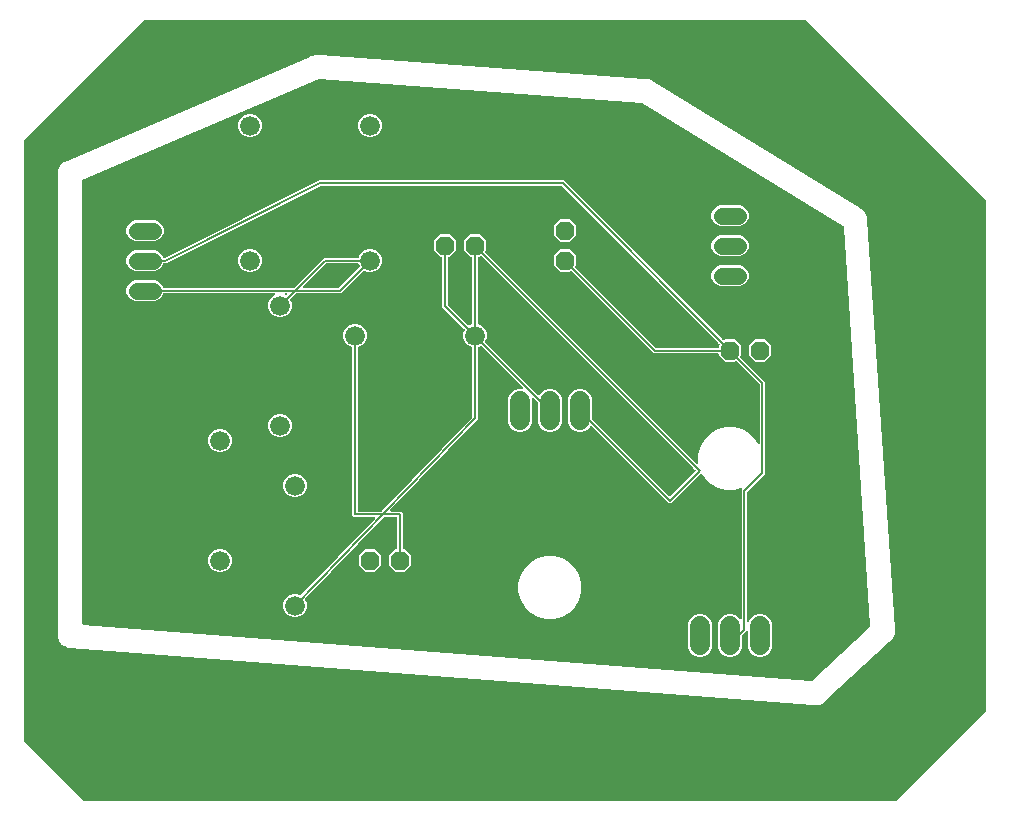
<source format=gbr>
G04 EAGLE Gerber RS-274X export*
G75*
%MOMM*%
%FSLAX34Y34*%
%LPD*%
%INBottom Copper*%
%IPPOS*%
%AMOC8*
5,1,8,0,0,1.08239X$1,22.5*%
G01*
%ADD10C,1.422400*%
%ADD11P,1.732040X8X202.500000*%
%ADD12P,1.732040X8X292.500000*%
%ADD13P,1.732040X8X22.500000*%
%ADD14C,1.676400*%
%ADD15C,1.676400*%
%ADD16C,0.152400*%

G36*
X711290Y-76947D02*
X711290Y-76947D01*
X711381Y-76939D01*
X711411Y-76927D01*
X711443Y-76922D01*
X711523Y-76879D01*
X711607Y-76843D01*
X711639Y-76817D01*
X711660Y-76806D01*
X711682Y-76783D01*
X711738Y-76738D01*
X787938Y-538D01*
X787991Y-464D01*
X788051Y-395D01*
X788063Y-365D01*
X788082Y-339D01*
X788109Y-252D01*
X788143Y-167D01*
X788147Y-126D01*
X788154Y-103D01*
X788153Y-71D01*
X788161Y0D01*
X788161Y431800D01*
X788147Y431890D01*
X788139Y431981D01*
X788127Y432011D01*
X788122Y432043D01*
X788079Y432123D01*
X788043Y432207D01*
X788017Y432239D01*
X788006Y432260D01*
X787983Y432282D01*
X787938Y432338D01*
X635538Y584738D01*
X635464Y584791D01*
X635395Y584851D01*
X635365Y584863D01*
X635339Y584882D01*
X635252Y584909D01*
X635167Y584943D01*
X635126Y584947D01*
X635103Y584954D01*
X635071Y584953D01*
X635000Y584961D01*
X76200Y584961D01*
X76110Y584947D01*
X76019Y584939D01*
X75989Y584927D01*
X75957Y584922D01*
X75877Y584879D01*
X75793Y584843D01*
X75761Y584817D01*
X75740Y584806D01*
X75718Y584783D01*
X75662Y584738D01*
X-25938Y483138D01*
X-25991Y483064D01*
X-26051Y482995D01*
X-26063Y482965D01*
X-26082Y482939D01*
X-26109Y482852D01*
X-26143Y482767D01*
X-26147Y482726D01*
X-26154Y482703D01*
X-26153Y482671D01*
X-26161Y482600D01*
X-26161Y-25400D01*
X-26147Y-25490D01*
X-26139Y-25581D01*
X-26127Y-25611D01*
X-26122Y-25643D01*
X-26079Y-25723D01*
X-26043Y-25807D01*
X-26017Y-25839D01*
X-26006Y-25860D01*
X-25983Y-25882D01*
X-25938Y-25938D01*
X24862Y-76738D01*
X24936Y-76791D01*
X25005Y-76851D01*
X25035Y-76863D01*
X25061Y-76882D01*
X25148Y-76909D01*
X25233Y-76943D01*
X25274Y-76947D01*
X25297Y-76954D01*
X25329Y-76953D01*
X25400Y-76961D01*
X711200Y-76961D01*
X711290Y-76947D01*
G37*
%LPC*%
G36*
X643902Y4511D02*
X643902Y4511D01*
X643891Y4510D01*
X643873Y4513D01*
X642064Y4583D01*
X642003Y4610D01*
X641954Y4624D01*
X641909Y4647D01*
X641792Y4669D01*
X641766Y4676D01*
X641757Y4675D01*
X641744Y4678D01*
X12337Y53337D01*
X12315Y53335D01*
X12278Y53339D01*
X10679Y53339D01*
X10417Y53448D01*
X10382Y53456D01*
X10349Y53472D01*
X10184Y53503D01*
X9902Y53525D01*
X8475Y54250D01*
X8455Y54256D01*
X8422Y54274D01*
X6944Y54886D01*
X6744Y55087D01*
X6714Y55108D01*
X6691Y55135D01*
X6550Y55227D01*
X6298Y55355D01*
X5257Y56570D01*
X5240Y56584D01*
X5217Y56613D01*
X4086Y57744D01*
X3978Y58006D01*
X3959Y58037D01*
X3947Y58072D01*
X3853Y58210D01*
X3668Y58426D01*
X3172Y59946D01*
X3162Y59965D01*
X3151Y60001D01*
X2539Y61479D01*
X2539Y61762D01*
X2533Y61798D01*
X2536Y61834D01*
X2502Y61999D01*
X2414Y62268D01*
X2537Y63863D01*
X2535Y63885D01*
X2539Y63922D01*
X2539Y455412D01*
X2539Y455416D01*
X2539Y455421D01*
X2516Y457403D01*
X2521Y457416D01*
X2527Y457467D01*
X3288Y459305D01*
X3288Y459308D01*
X3291Y459313D01*
X4028Y461154D01*
X4038Y461164D01*
X4063Y461209D01*
X5470Y462616D01*
X5472Y462619D01*
X5476Y462623D01*
X6860Y464040D01*
X6873Y464046D01*
X6914Y464078D01*
X8752Y464839D01*
X8755Y464841D01*
X8760Y464843D01*
X216162Y553651D01*
X216190Y553669D01*
X216222Y553680D01*
X216360Y553775D01*
X216606Y553987D01*
X218086Y554478D01*
X218107Y554489D01*
X218146Y554501D01*
X219580Y555115D01*
X219904Y555118D01*
X219937Y555124D01*
X219971Y555122D01*
X220135Y555157D01*
X220442Y555259D01*
X221998Y555146D01*
X222021Y555148D01*
X222062Y555144D01*
X223622Y555163D01*
X223923Y555042D01*
X223956Y555035D01*
X223986Y555020D01*
X224151Y554990D01*
X499129Y535000D01*
X499163Y535003D01*
X499196Y534998D01*
X499362Y535019D01*
X499677Y535095D01*
X501218Y534851D01*
X501241Y534851D01*
X501281Y534844D01*
X502837Y534731D01*
X503127Y534585D01*
X503159Y534575D01*
X503188Y534558D01*
X503350Y534514D01*
X503670Y534463D01*
X505000Y533648D01*
X505021Y533639D01*
X505056Y533617D01*
X506450Y532917D01*
X506662Y532672D01*
X506688Y532650D01*
X506707Y532623D01*
X506840Y532521D01*
X681719Y425373D01*
X681720Y425372D01*
X681721Y425372D01*
X681873Y425301D01*
X682625Y425047D01*
X683450Y424325D01*
X683477Y424308D01*
X683554Y424249D01*
X683875Y424052D01*
X684489Y423676D01*
X684955Y423034D01*
X684956Y423033D01*
X684957Y423032D01*
X685070Y422908D01*
X685667Y422386D01*
X686154Y421403D01*
X686172Y421376D01*
X686220Y421293D01*
X686865Y420406D01*
X687050Y419634D01*
X687051Y419633D01*
X687051Y419632D01*
X687108Y419474D01*
X687460Y418763D01*
X687533Y417668D01*
X687541Y417637D01*
X687553Y417542D01*
X687809Y416475D01*
X687685Y415691D01*
X687685Y415690D01*
X687684Y415689D01*
X687678Y415537D01*
X687677Y415528D01*
X687677Y415526D01*
X687677Y415521D01*
X710860Y69076D01*
X710866Y69051D01*
X710865Y69025D01*
X710905Y68863D01*
X711058Y68449D01*
X711003Y67005D01*
X711006Y66977D01*
X711004Y66925D01*
X711100Y65483D01*
X710959Y65065D01*
X710955Y65040D01*
X710944Y65016D01*
X710919Y64851D01*
X710902Y64410D01*
X710298Y63097D01*
X710291Y63070D01*
X710269Y63023D01*
X709806Y61654D01*
X709516Y61321D01*
X709502Y61300D01*
X709484Y61282D01*
X709471Y61261D01*
X709463Y61253D01*
X709454Y61233D01*
X709397Y61138D01*
X709213Y60738D01*
X708152Y59756D01*
X708135Y59734D01*
X708096Y59699D01*
X707145Y58611D01*
X706750Y58415D01*
X706729Y58400D01*
X706705Y58391D01*
X706570Y58291D01*
X652812Y8529D01*
X652781Y8489D01*
X652742Y8455D01*
X652677Y8356D01*
X652661Y8335D01*
X652658Y8326D01*
X652650Y8315D01*
X652620Y8255D01*
X651245Y7078D01*
X651238Y7069D01*
X651223Y7058D01*
X649895Y5828D01*
X649832Y5805D01*
X649788Y5780D01*
X649739Y5764D01*
X649641Y5697D01*
X649618Y5684D01*
X649612Y5677D01*
X649601Y5669D01*
X649550Y5626D01*
X647829Y5064D01*
X647819Y5059D01*
X647801Y5054D01*
X646103Y4427D01*
X646037Y4429D01*
X645986Y4423D01*
X645935Y4426D01*
X645819Y4402D01*
X645793Y4399D01*
X645784Y4395D01*
X645771Y4392D01*
X645707Y4372D01*
X643902Y4511D01*
G37*
%LPD*%
G36*
X640606Y25165D02*
X640606Y25165D01*
X640711Y25169D01*
X640728Y25176D01*
X640745Y25177D01*
X640842Y25219D01*
X640941Y25257D01*
X640958Y25270D01*
X640971Y25275D01*
X640994Y25296D01*
X641076Y25357D01*
X690099Y70736D01*
X690104Y70742D01*
X690110Y70747D01*
X690179Y70839D01*
X690250Y70930D01*
X690252Y70937D01*
X690257Y70944D01*
X690293Y71054D01*
X690331Y71162D01*
X690331Y71170D01*
X690334Y71178D01*
X690341Y71345D01*
X667696Y409755D01*
X667689Y409787D01*
X667689Y409819D01*
X667661Y409906D01*
X667640Y409995D01*
X667623Y410022D01*
X667613Y410053D01*
X667559Y410127D01*
X667511Y410204D01*
X667486Y410225D01*
X667467Y410251D01*
X667334Y410354D01*
X497041Y514692D01*
X496951Y514729D01*
X496864Y514771D01*
X496832Y514777D01*
X496814Y514785D01*
X496781Y514787D01*
X496699Y514802D01*
X223634Y534652D01*
X223537Y534643D01*
X223440Y534641D01*
X223409Y534632D01*
X223389Y534630D01*
X223359Y534617D01*
X223279Y534593D01*
X23322Y448972D01*
X23228Y448912D01*
X23131Y448854D01*
X23124Y448846D01*
X23115Y448840D01*
X23044Y448753D01*
X22971Y448668D01*
X22967Y448657D01*
X22960Y448649D01*
X22922Y448544D01*
X22879Y448439D01*
X22878Y448426D01*
X22875Y448418D01*
X22874Y448393D01*
X22861Y448273D01*
X22861Y73610D01*
X22879Y73498D01*
X22895Y73386D01*
X22899Y73377D01*
X22900Y73367D01*
X22953Y73268D01*
X23004Y73166D01*
X23011Y73159D01*
X23016Y73150D01*
X23097Y73072D01*
X23178Y72992D01*
X23187Y72987D01*
X23194Y72981D01*
X23297Y72933D01*
X23399Y72882D01*
X23410Y72880D01*
X23417Y72877D01*
X23441Y72874D01*
X23563Y72851D01*
X640500Y25156D01*
X640606Y25165D01*
G37*
%LPC*%
G36*
X569529Y45211D02*
X569529Y45211D01*
X565888Y46719D01*
X563101Y49506D01*
X561593Y53147D01*
X561593Y73853D01*
X563101Y77494D01*
X565888Y80281D01*
X569529Y81789D01*
X573471Y81789D01*
X577112Y80281D01*
X579899Y77494D01*
X579941Y77392D01*
X579992Y77309D01*
X580038Y77223D01*
X580057Y77205D01*
X580070Y77183D01*
X580145Y77121D01*
X580216Y77054D01*
X580240Y77043D01*
X580260Y77026D01*
X580351Y76991D01*
X580439Y76950D01*
X580465Y76947D01*
X580489Y76938D01*
X580587Y76934D01*
X580683Y76923D01*
X580709Y76928D01*
X580735Y76927D01*
X580829Y76955D01*
X580924Y76975D01*
X580946Y76989D01*
X580971Y76996D01*
X581051Y77051D01*
X581135Y77101D01*
X581152Y77121D01*
X581173Y77136D01*
X581231Y77214D01*
X581295Y77288D01*
X581305Y77313D01*
X581320Y77334D01*
X581350Y77426D01*
X581387Y77516D01*
X581390Y77549D01*
X581396Y77567D01*
X581396Y77600D01*
X581405Y77683D01*
X581405Y186875D01*
X581483Y186953D01*
X581511Y186992D01*
X581546Y187024D01*
X581582Y187091D01*
X581626Y187152D01*
X581640Y187198D01*
X581663Y187240D01*
X581676Y187315D01*
X581699Y187388D01*
X581697Y187435D01*
X581706Y187483D01*
X581694Y187558D01*
X581692Y187633D01*
X581676Y187679D01*
X581669Y187726D01*
X581634Y187793D01*
X581608Y187864D01*
X581578Y187902D01*
X581556Y187945D01*
X581502Y187997D01*
X581454Y188056D01*
X581414Y188082D01*
X581379Y188116D01*
X581311Y188148D01*
X581247Y188189D01*
X581201Y188201D01*
X581157Y188222D01*
X581082Y188231D01*
X581009Y188250D01*
X580961Y188246D01*
X580913Y188252D01*
X580786Y188232D01*
X580763Y188230D01*
X580757Y188228D01*
X580747Y188226D01*
X575011Y186689D01*
X567989Y186689D01*
X561205Y188507D01*
X555124Y192018D01*
X550158Y196984D01*
X548077Y200588D01*
X548002Y200680D01*
X547928Y200773D01*
X547924Y200775D01*
X547921Y200778D01*
X547821Y200841D01*
X547721Y200906D01*
X547717Y200907D01*
X547713Y200909D01*
X547597Y200937D01*
X547482Y200966D01*
X547478Y200966D01*
X547474Y200967D01*
X547355Y200956D01*
X547237Y200947D01*
X547233Y200945D01*
X547229Y200945D01*
X547118Y200896D01*
X547011Y200851D01*
X547007Y200847D01*
X547004Y200846D01*
X546993Y200837D01*
X546880Y200746D01*
X521647Y175513D01*
X519753Y175513D01*
X454396Y240870D01*
X454358Y240897D01*
X454327Y240931D01*
X454259Y240969D01*
X454196Y241014D01*
X454152Y241027D01*
X454112Y241050D01*
X454035Y241063D01*
X453961Y241086D01*
X453915Y241085D01*
X453870Y241093D01*
X453793Y241082D01*
X453715Y241080D01*
X453672Y241064D01*
X453626Y241057D01*
X453557Y241022D01*
X453484Y240995D01*
X453448Y240967D01*
X453407Y240946D01*
X453353Y240890D01*
X453292Y240842D01*
X453267Y240803D01*
X453235Y240770D01*
X453169Y240651D01*
X453159Y240635D01*
X453158Y240630D01*
X453154Y240623D01*
X452899Y240006D01*
X450112Y237219D01*
X446471Y235711D01*
X442529Y235711D01*
X438888Y237219D01*
X436101Y240006D01*
X434593Y243647D01*
X434593Y264353D01*
X436101Y267994D01*
X438888Y270781D01*
X442529Y272289D01*
X446471Y272289D01*
X450112Y270781D01*
X452899Y267994D01*
X454407Y264353D01*
X454407Y247643D01*
X454421Y247552D01*
X454429Y247462D01*
X454441Y247432D01*
X454446Y247400D01*
X454489Y247319D01*
X454525Y247235D01*
X454551Y247203D01*
X454562Y247182D01*
X454585Y247160D01*
X454630Y247104D01*
X520162Y181572D01*
X520178Y181561D01*
X520190Y181545D01*
X520278Y181489D01*
X520361Y181429D01*
X520380Y181423D01*
X520397Y181412D01*
X520498Y181387D01*
X520597Y181356D01*
X520616Y181357D01*
X520636Y181352D01*
X520739Y181360D01*
X520842Y181363D01*
X520861Y181370D01*
X520881Y181371D01*
X520976Y181411D01*
X521073Y181447D01*
X521089Y181460D01*
X521107Y181467D01*
X521238Y181572D01*
X542328Y202662D01*
X542339Y202678D01*
X542355Y202690D01*
X542385Y202738D01*
X542398Y202751D01*
X542408Y202773D01*
X542411Y202778D01*
X542471Y202861D01*
X542477Y202880D01*
X542488Y202897D01*
X542513Y202998D01*
X542544Y203097D01*
X542543Y203116D01*
X542548Y203136D01*
X542540Y203239D01*
X542537Y203342D01*
X542530Y203361D01*
X542529Y203381D01*
X542489Y203476D01*
X542453Y203573D01*
X542440Y203589D01*
X542433Y203607D01*
X542328Y203738D01*
X361257Y384809D01*
X361241Y384821D01*
X361228Y384836D01*
X361141Y384892D01*
X361057Y384953D01*
X361038Y384958D01*
X361022Y384969D01*
X360921Y384995D01*
X360822Y385025D01*
X360802Y385024D01*
X360783Y385029D01*
X360680Y385021D01*
X360576Y385019D01*
X360558Y385012D01*
X360538Y385010D01*
X360443Y384970D01*
X360345Y384934D01*
X360330Y384922D01*
X360311Y384914D01*
X360180Y384809D01*
X359546Y384174D01*
X358648Y384174D01*
X358628Y384171D01*
X358609Y384173D01*
X358507Y384151D01*
X358405Y384135D01*
X358388Y384125D01*
X358368Y384121D01*
X358279Y384068D01*
X358188Y384019D01*
X358174Y384005D01*
X358157Y383995D01*
X358090Y383916D01*
X358018Y383841D01*
X358010Y383823D01*
X357997Y383808D01*
X357958Y383712D01*
X357915Y383618D01*
X357913Y383598D01*
X357905Y383580D01*
X357887Y383413D01*
X357887Y327784D01*
X357906Y327670D01*
X357923Y327553D01*
X357925Y327548D01*
X357926Y327542D01*
X357981Y327439D01*
X358034Y327334D01*
X358039Y327330D01*
X358042Y327324D01*
X358126Y327244D01*
X358210Y327162D01*
X358216Y327158D01*
X358220Y327155D01*
X358237Y327147D01*
X358357Y327081D01*
X361212Y325899D01*
X363999Y323112D01*
X365507Y319471D01*
X365507Y315529D01*
X364324Y312674D01*
X364297Y312561D01*
X364269Y312447D01*
X364269Y312441D01*
X364268Y312435D01*
X364279Y312318D01*
X364288Y312202D01*
X364290Y312196D01*
X364291Y312190D01*
X364339Y312082D01*
X364384Y311976D01*
X364389Y311970D01*
X364391Y311965D01*
X364404Y311952D01*
X364489Y311845D01*
X409204Y267130D01*
X409242Y267103D01*
X409273Y267069D01*
X409341Y267031D01*
X409404Y266986D01*
X409448Y266973D01*
X409488Y266950D01*
X409565Y266937D01*
X409639Y266914D01*
X409685Y266915D01*
X409730Y266907D01*
X409807Y266918D01*
X409885Y266920D01*
X409928Y266936D01*
X409974Y266943D01*
X410043Y266978D01*
X410116Y267005D01*
X410152Y267033D01*
X410193Y267054D01*
X410247Y267110D01*
X410308Y267158D01*
X410333Y267197D01*
X410365Y267230D01*
X410431Y267349D01*
X410441Y267365D01*
X410442Y267370D01*
X410446Y267377D01*
X410701Y267994D01*
X413488Y270781D01*
X417129Y272289D01*
X421071Y272289D01*
X424712Y270781D01*
X427499Y267994D01*
X429007Y264353D01*
X429007Y243647D01*
X427499Y240006D01*
X424712Y237219D01*
X421071Y235711D01*
X417129Y235711D01*
X413488Y237219D01*
X410701Y240006D01*
X409193Y243647D01*
X409193Y260357D01*
X409179Y260448D01*
X409171Y260538D01*
X409159Y260568D01*
X409154Y260600D01*
X409111Y260681D01*
X409075Y260765D01*
X409049Y260797D01*
X409038Y260818D01*
X409015Y260840D01*
X408970Y260896D01*
X404906Y264960D01*
X404848Y265002D01*
X404796Y265051D01*
X404749Y265073D01*
X404707Y265103D01*
X404638Y265124D01*
X404573Y265155D01*
X404521Y265160D01*
X404471Y265176D01*
X404400Y265174D01*
X404329Y265182D01*
X404278Y265171D01*
X404226Y265169D01*
X404158Y265145D01*
X404088Y265130D01*
X404043Y265103D01*
X403995Y265085D01*
X403939Y265040D01*
X403877Y265003D01*
X403843Y264964D01*
X403803Y264931D01*
X403764Y264871D01*
X403717Y264816D01*
X403698Y264768D01*
X403670Y264724D01*
X403652Y264655D01*
X403625Y264588D01*
X403617Y264517D01*
X403609Y264486D01*
X403611Y264462D01*
X403607Y264422D01*
X403607Y243647D01*
X402099Y240006D01*
X399312Y237219D01*
X395671Y235711D01*
X391729Y235711D01*
X388088Y237219D01*
X385301Y240006D01*
X383793Y243647D01*
X383793Y264353D01*
X385301Y267994D01*
X388088Y270781D01*
X391729Y272289D01*
X395740Y272289D01*
X395810Y272300D01*
X395882Y272302D01*
X395931Y272320D01*
X395982Y272328D01*
X396046Y272362D01*
X396113Y272387D01*
X396154Y272419D01*
X396200Y272444D01*
X396249Y272495D01*
X396305Y272540D01*
X396333Y272584D01*
X396369Y272622D01*
X396399Y272687D01*
X396438Y272747D01*
X396451Y272798D01*
X396473Y272845D01*
X396481Y272916D01*
X396498Y272986D01*
X396494Y273038D01*
X396500Y273089D01*
X396485Y273160D01*
X396479Y273231D01*
X396459Y273279D01*
X396448Y273330D01*
X396411Y273391D01*
X396383Y273457D01*
X396338Y273513D01*
X396321Y273541D01*
X396304Y273556D01*
X396278Y273588D01*
X361255Y308611D01*
X361161Y308678D01*
X361067Y308749D01*
X361061Y308751D01*
X361055Y308754D01*
X360945Y308789D01*
X360833Y308825D01*
X360826Y308825D01*
X360820Y308827D01*
X360704Y308824D01*
X360587Y308823D01*
X360580Y308821D01*
X360575Y308820D01*
X360557Y308814D01*
X360426Y308776D01*
X358357Y307919D01*
X358257Y307857D01*
X358157Y307797D01*
X358153Y307793D01*
X358148Y307789D01*
X358073Y307700D01*
X357997Y307610D01*
X357995Y307605D01*
X357991Y307600D01*
X357949Y307492D01*
X357905Y307382D01*
X357904Y307375D01*
X357903Y307370D01*
X357902Y307352D01*
X357887Y307216D01*
X357887Y247402D01*
X357888Y247396D01*
X357887Y247387D01*
X357905Y246444D01*
X357238Y245777D01*
X357235Y245772D01*
X357228Y245767D01*
X284068Y169692D01*
X284032Y169639D01*
X283987Y169592D01*
X283962Y169538D01*
X283929Y169489D01*
X283911Y169427D01*
X283884Y169369D01*
X283877Y169310D01*
X283861Y169253D01*
X283864Y169188D01*
X283857Y169125D01*
X283869Y169066D01*
X283872Y169007D01*
X283895Y168947D01*
X283909Y168884D01*
X283939Y168833D01*
X283961Y168778D01*
X284002Y168728D01*
X284035Y168673D01*
X284080Y168634D01*
X284118Y168589D01*
X284173Y168555D01*
X284222Y168513D01*
X284277Y168491D01*
X284328Y168460D01*
X284390Y168445D01*
X284450Y168421D01*
X284535Y168412D01*
X284567Y168404D01*
X284586Y168406D01*
X284617Y168403D01*
X293047Y168403D01*
X294387Y167063D01*
X294387Y137287D01*
X294390Y137267D01*
X294388Y137248D01*
X294410Y137146D01*
X294426Y137044D01*
X294436Y137027D01*
X294440Y137007D01*
X294493Y136918D01*
X294542Y136827D01*
X294556Y136813D01*
X294566Y136796D01*
X294645Y136729D01*
X294720Y136657D01*
X294738Y136649D01*
X294753Y136636D01*
X294849Y136597D01*
X294943Y136554D01*
X294963Y136552D01*
X294981Y136544D01*
X295148Y136526D01*
X296046Y136526D01*
X301626Y130946D01*
X301626Y123054D01*
X296046Y117474D01*
X288154Y117474D01*
X282574Y123054D01*
X282574Y130946D01*
X288154Y136526D01*
X289052Y136526D01*
X289072Y136529D01*
X289091Y136527D01*
X289193Y136549D01*
X289295Y136565D01*
X289312Y136575D01*
X289332Y136579D01*
X289421Y136632D01*
X289512Y136681D01*
X289526Y136695D01*
X289543Y136705D01*
X289610Y136784D01*
X289682Y136859D01*
X289690Y136877D01*
X289703Y136892D01*
X289742Y136988D01*
X289785Y137082D01*
X289787Y137102D01*
X289795Y137120D01*
X289813Y137287D01*
X289813Y163068D01*
X289810Y163088D01*
X289812Y163107D01*
X289790Y163209D01*
X289774Y163311D01*
X289764Y163328D01*
X289760Y163348D01*
X289707Y163437D01*
X289658Y163528D01*
X289644Y163542D01*
X289634Y163559D01*
X289555Y163626D01*
X289480Y163698D01*
X289462Y163706D01*
X289447Y163719D01*
X289351Y163758D01*
X289257Y163801D01*
X289237Y163803D01*
X289219Y163811D01*
X289052Y163829D01*
X278755Y163829D01*
X278657Y163813D01*
X278559Y163804D01*
X278536Y163794D01*
X278512Y163790D01*
X278425Y163743D01*
X278335Y163703D01*
X278311Y163683D01*
X278294Y163674D01*
X278272Y163651D01*
X278206Y163596D01*
X211995Y94747D01*
X211933Y94657D01*
X211868Y94569D01*
X211863Y94555D01*
X211855Y94544D01*
X211825Y94439D01*
X211791Y94335D01*
X211791Y94321D01*
X211788Y94308D01*
X211793Y94198D01*
X211794Y94089D01*
X211798Y94073D01*
X211799Y94062D01*
X211809Y94035D01*
X211840Y93928D01*
X213107Y90871D01*
X213107Y86929D01*
X211599Y83288D01*
X208812Y80501D01*
X205171Y78993D01*
X201229Y78993D01*
X197588Y80501D01*
X194801Y83288D01*
X193293Y86929D01*
X193293Y90871D01*
X194801Y94512D01*
X197588Y97299D01*
X201229Y98807D01*
X205171Y98807D01*
X207826Y97707D01*
X207827Y97707D01*
X207828Y97706D01*
X207951Y97678D01*
X208065Y97651D01*
X208066Y97651D01*
X208068Y97651D01*
X208193Y97663D01*
X208310Y97674D01*
X208311Y97674D01*
X208312Y97674D01*
X208425Y97725D01*
X208535Y97774D01*
X208536Y97775D01*
X208537Y97775D01*
X208666Y97883D01*
X270846Y162540D01*
X270882Y162593D01*
X270927Y162640D01*
X270952Y162694D01*
X270985Y162743D01*
X271003Y162805D01*
X271030Y162863D01*
X271037Y162922D01*
X271053Y162979D01*
X271050Y163044D01*
X271057Y163107D01*
X271045Y163166D01*
X271042Y163225D01*
X271019Y163285D01*
X271005Y163348D01*
X270975Y163399D01*
X270953Y163454D01*
X270912Y163504D01*
X270879Y163559D01*
X270834Y163598D01*
X270796Y163643D01*
X270741Y163677D01*
X270692Y163719D01*
X270637Y163741D01*
X270586Y163772D01*
X270524Y163787D01*
X270464Y163811D01*
X270379Y163820D01*
X270347Y163828D01*
X270328Y163826D01*
X270297Y163829D01*
X253053Y163829D01*
X251713Y165169D01*
X251713Y307216D01*
X251694Y307330D01*
X251677Y307447D01*
X251675Y307452D01*
X251674Y307458D01*
X251619Y307561D01*
X251566Y307666D01*
X251561Y307670D01*
X251558Y307676D01*
X251474Y307756D01*
X251390Y307838D01*
X251384Y307842D01*
X251380Y307845D01*
X251363Y307853D01*
X251243Y307919D01*
X248388Y309101D01*
X245601Y311888D01*
X244093Y315529D01*
X244093Y319471D01*
X245601Y323112D01*
X248388Y325899D01*
X252029Y327407D01*
X255971Y327407D01*
X259612Y325899D01*
X262399Y323112D01*
X263907Y319471D01*
X263907Y315529D01*
X262399Y311888D01*
X259612Y309101D01*
X256757Y307919D01*
X256657Y307857D01*
X256557Y307797D01*
X256553Y307793D01*
X256548Y307789D01*
X256473Y307699D01*
X256397Y307610D01*
X256395Y307605D01*
X256391Y307600D01*
X256349Y307491D01*
X256305Y307382D01*
X256304Y307375D01*
X256303Y307370D01*
X256302Y307352D01*
X256287Y307216D01*
X256287Y169164D01*
X256290Y169144D01*
X256288Y169125D01*
X256310Y169023D01*
X256326Y168921D01*
X256336Y168904D01*
X256340Y168884D01*
X256393Y168795D01*
X256442Y168704D01*
X256456Y168690D01*
X256466Y168673D01*
X256545Y168606D01*
X256620Y168534D01*
X256638Y168526D01*
X256653Y168513D01*
X256749Y168474D01*
X256843Y168431D01*
X256863Y168429D01*
X256881Y168421D01*
X257048Y168403D01*
X276159Y168403D01*
X276257Y168419D01*
X276355Y168428D01*
X276378Y168438D01*
X276402Y168442D01*
X276489Y168489D01*
X276579Y168529D01*
X276603Y168549D01*
X276620Y168558D01*
X276642Y168581D01*
X276708Y168636D01*
X353101Y248073D01*
X353148Y248142D01*
X353203Y248206D01*
X353218Y248243D01*
X353240Y248275D01*
X353263Y248356D01*
X353295Y248434D01*
X353301Y248486D01*
X353308Y248512D01*
X353307Y248542D01*
X353313Y248601D01*
X353313Y307216D01*
X353294Y307330D01*
X353277Y307447D01*
X353275Y307452D01*
X353274Y307458D01*
X353219Y307561D01*
X353166Y307666D01*
X353161Y307670D01*
X353158Y307676D01*
X353074Y307756D01*
X352990Y307838D01*
X352984Y307842D01*
X352980Y307845D01*
X352963Y307853D01*
X352843Y307919D01*
X349988Y309101D01*
X347201Y311888D01*
X345693Y315529D01*
X345693Y319471D01*
X346876Y322326D01*
X346903Y322439D01*
X346931Y322553D01*
X346931Y322559D01*
X346932Y322565D01*
X346921Y322682D01*
X346912Y322798D01*
X346910Y322804D01*
X346909Y322810D01*
X346861Y322918D01*
X346816Y323024D01*
X346811Y323030D01*
X346809Y323035D01*
X346796Y323048D01*
X346711Y323155D01*
X327913Y341953D01*
X327913Y383413D01*
X327910Y383433D01*
X327912Y383452D01*
X327890Y383554D01*
X327874Y383656D01*
X327864Y383673D01*
X327860Y383693D01*
X327807Y383782D01*
X327758Y383873D01*
X327744Y383887D01*
X327734Y383904D01*
X327655Y383971D01*
X327580Y384043D01*
X327562Y384051D01*
X327547Y384064D01*
X327451Y384103D01*
X327357Y384146D01*
X327337Y384148D01*
X327319Y384156D01*
X327152Y384174D01*
X326254Y384174D01*
X320674Y389754D01*
X320674Y397646D01*
X326254Y403226D01*
X334146Y403226D01*
X339726Y397646D01*
X339726Y389754D01*
X334146Y384174D01*
X333248Y384174D01*
X333228Y384171D01*
X333209Y384173D01*
X333107Y384151D01*
X333005Y384135D01*
X332988Y384125D01*
X332968Y384121D01*
X332879Y384068D01*
X332788Y384019D01*
X332774Y384005D01*
X332757Y383995D01*
X332690Y383916D01*
X332618Y383841D01*
X332610Y383823D01*
X332597Y383808D01*
X332558Y383712D01*
X332515Y383618D01*
X332513Y383598D01*
X332505Y383580D01*
X332487Y383413D01*
X332487Y344163D01*
X332501Y344072D01*
X332509Y343982D01*
X332521Y343952D01*
X332526Y343920D01*
X332569Y343839D01*
X332605Y343755D01*
X332631Y343723D01*
X332642Y343702D01*
X332665Y343680D01*
X332710Y343624D01*
X349945Y326389D01*
X350039Y326322D01*
X350133Y326251D01*
X350139Y326249D01*
X350145Y326246D01*
X350255Y326211D01*
X350367Y326175D01*
X350374Y326175D01*
X350380Y326173D01*
X350496Y326176D01*
X350613Y326177D01*
X350620Y326179D01*
X350625Y326180D01*
X350643Y326186D01*
X350774Y326224D01*
X352843Y327081D01*
X352943Y327143D01*
X353043Y327203D01*
X353047Y327207D01*
X353052Y327211D01*
X353127Y327300D01*
X353203Y327390D01*
X353205Y327395D01*
X353209Y327400D01*
X353251Y327508D01*
X353295Y327618D01*
X353296Y327625D01*
X353297Y327630D01*
X353298Y327648D01*
X353313Y327784D01*
X353313Y383413D01*
X353310Y383433D01*
X353312Y383452D01*
X353290Y383554D01*
X353274Y383656D01*
X353264Y383673D01*
X353260Y383693D01*
X353207Y383782D01*
X353158Y383873D01*
X353144Y383887D01*
X353134Y383904D01*
X353055Y383971D01*
X352980Y384043D01*
X352962Y384051D01*
X352947Y384064D01*
X352851Y384103D01*
X352757Y384146D01*
X352737Y384148D01*
X352719Y384156D01*
X352552Y384174D01*
X351654Y384174D01*
X346074Y389754D01*
X346074Y397646D01*
X351654Y403226D01*
X359546Y403226D01*
X365126Y397646D01*
X365126Y389754D01*
X364491Y389120D01*
X364479Y389103D01*
X364464Y389091D01*
X364408Y389004D01*
X364347Y388920D01*
X364342Y388901D01*
X364331Y388884D01*
X364305Y388783D01*
X364275Y388685D01*
X364276Y388665D01*
X364271Y388645D01*
X364279Y388542D01*
X364281Y388439D01*
X364288Y388420D01*
X364290Y388400D01*
X364330Y388305D01*
X364366Y388208D01*
X364378Y388192D01*
X364386Y388174D01*
X364491Y388043D01*
X543605Y208929D01*
X543644Y208901D01*
X543677Y208866D01*
X543743Y208829D01*
X543805Y208785D01*
X543851Y208771D01*
X543893Y208748D01*
X543968Y208735D01*
X544040Y208713D01*
X544088Y208714D01*
X544135Y208706D01*
X544210Y208717D01*
X544286Y208719D01*
X544331Y208736D01*
X544378Y208743D01*
X544446Y208778D01*
X544517Y208804D01*
X544554Y208834D01*
X544597Y208856D01*
X544650Y208910D01*
X544709Y208957D01*
X544735Y208998D01*
X544768Y209032D01*
X544801Y209100D01*
X544842Y209164D01*
X544854Y209211D01*
X544874Y209254D01*
X544883Y209329D01*
X544902Y209403D01*
X544898Y209451D01*
X544904Y209498D01*
X544885Y209626D01*
X544883Y209648D01*
X544880Y209654D01*
X544879Y209664D01*
X544829Y209849D01*
X544829Y216871D01*
X546647Y223655D01*
X550158Y229736D01*
X555124Y234702D01*
X561205Y238213D01*
X567989Y240031D01*
X575011Y240031D01*
X581795Y238213D01*
X587876Y234702D01*
X592842Y229736D01*
X595225Y225609D01*
X595255Y225572D01*
X595278Y225529D01*
X595333Y225477D01*
X595381Y225419D01*
X595421Y225393D01*
X595456Y225360D01*
X595525Y225328D01*
X595589Y225288D01*
X595636Y225277D01*
X595679Y225256D01*
X595754Y225248D01*
X595828Y225230D01*
X595876Y225235D01*
X595923Y225229D01*
X595998Y225245D01*
X596073Y225252D01*
X596117Y225271D01*
X596164Y225282D01*
X596229Y225320D01*
X596298Y225351D01*
X596334Y225383D01*
X596375Y225408D01*
X596424Y225465D01*
X596480Y225516D01*
X596504Y225558D01*
X596535Y225595D01*
X596563Y225665D01*
X596600Y225731D01*
X596609Y225778D01*
X596627Y225823D01*
X596641Y225951D01*
X596645Y225973D01*
X596644Y225980D01*
X596645Y225990D01*
X596645Y276105D01*
X596631Y276196D01*
X596623Y276286D01*
X596611Y276316D01*
X596606Y276348D01*
X596563Y276429D01*
X596527Y276513D01*
X596501Y276545D01*
X596490Y276566D01*
X596467Y276588D01*
X596422Y276644D01*
X577157Y295909D01*
X577141Y295921D01*
X577128Y295936D01*
X577041Y295992D01*
X576957Y296053D01*
X576938Y296058D01*
X576921Y296069D01*
X576821Y296095D01*
X576722Y296125D01*
X576702Y296124D01*
X576683Y296129D01*
X576580Y296121D01*
X576476Y296119D01*
X576458Y296112D01*
X576438Y296110D01*
X576343Y296070D01*
X576245Y296034D01*
X576230Y296022D01*
X576211Y296014D01*
X576080Y295909D01*
X575446Y295274D01*
X567554Y295274D01*
X561974Y300854D01*
X561974Y301752D01*
X561971Y301772D01*
X561973Y301791D01*
X561951Y301893D01*
X561935Y301995D01*
X561925Y302012D01*
X561921Y302032D01*
X561868Y302121D01*
X561819Y302212D01*
X561805Y302226D01*
X561795Y302243D01*
X561716Y302310D01*
X561641Y302382D01*
X561623Y302390D01*
X561608Y302403D01*
X561512Y302442D01*
X561418Y302485D01*
X561398Y302487D01*
X561380Y302495D01*
X561213Y302513D01*
X507053Y302513D01*
X437457Y372109D01*
X437441Y372121D01*
X437428Y372136D01*
X437341Y372192D01*
X437257Y372253D01*
X437238Y372258D01*
X437221Y372269D01*
X437121Y372295D01*
X437022Y372325D01*
X437002Y372324D01*
X436983Y372329D01*
X436880Y372321D01*
X436776Y372319D01*
X436758Y372312D01*
X436738Y372310D01*
X436643Y372270D01*
X436545Y372234D01*
X436530Y372222D01*
X436511Y372214D01*
X436380Y372109D01*
X435746Y371474D01*
X427854Y371474D01*
X422274Y377054D01*
X422274Y384946D01*
X427854Y390526D01*
X435746Y390526D01*
X441326Y384946D01*
X441326Y377054D01*
X440691Y376420D01*
X440679Y376403D01*
X440664Y376391D01*
X440608Y376304D01*
X440547Y376220D01*
X440542Y376201D01*
X440531Y376184D01*
X440505Y376084D01*
X440475Y375985D01*
X440476Y375965D01*
X440471Y375945D01*
X440479Y375843D01*
X440481Y375739D01*
X440488Y375720D01*
X440490Y375700D01*
X440530Y375605D01*
X440566Y375508D01*
X440578Y375492D01*
X440586Y375474D01*
X440691Y375343D01*
X508724Y307310D01*
X508798Y307257D01*
X508868Y307197D01*
X508898Y307185D01*
X508924Y307166D01*
X509011Y307139D01*
X509096Y307105D01*
X509137Y307101D01*
X509159Y307094D01*
X509191Y307095D01*
X509263Y307087D01*
X561213Y307087D01*
X561233Y307090D01*
X561252Y307088D01*
X561354Y307110D01*
X561456Y307126D01*
X561473Y307136D01*
X561493Y307140D01*
X561582Y307193D01*
X561673Y307242D01*
X561687Y307256D01*
X561704Y307266D01*
X561771Y307345D01*
X561843Y307420D01*
X561851Y307438D01*
X561864Y307453D01*
X561903Y307549D01*
X561946Y307643D01*
X561948Y307663D01*
X561956Y307681D01*
X561974Y307848D01*
X561974Y308746D01*
X562609Y309380D01*
X562621Y309397D01*
X562636Y309409D01*
X562692Y309496D01*
X562753Y309580D01*
X562758Y309599D01*
X562769Y309616D01*
X562795Y309716D01*
X562825Y309815D01*
X562824Y309835D01*
X562829Y309855D01*
X562821Y309957D01*
X562819Y310061D01*
X562812Y310080D01*
X562810Y310100D01*
X562770Y310195D01*
X562734Y310292D01*
X562722Y310308D01*
X562714Y310326D01*
X562609Y310457D01*
X429044Y444022D01*
X428970Y444075D01*
X428900Y444135D01*
X428870Y444147D01*
X428844Y444166D01*
X428757Y444193D01*
X428672Y444227D01*
X428631Y444231D01*
X428609Y444238D01*
X428577Y444237D01*
X428505Y444245D01*
X225255Y444245D01*
X225164Y444230D01*
X225072Y444223D01*
X225035Y444209D01*
X225013Y444206D01*
X224984Y444190D01*
X224915Y444165D01*
X94937Y379176D01*
X94906Y379153D01*
X94870Y379138D01*
X94739Y379033D01*
X94419Y378713D01*
X94192Y378713D01*
X94101Y378698D01*
X94009Y378691D01*
X93971Y378677D01*
X93949Y378674D01*
X93920Y378658D01*
X93851Y378633D01*
X93648Y378531D01*
X93218Y378674D01*
X93180Y378680D01*
X93144Y378695D01*
X92977Y378713D01*
X92222Y378713D01*
X92107Y378694D01*
X91991Y378677D01*
X91985Y378675D01*
X91979Y378674D01*
X91876Y378619D01*
X91772Y378566D01*
X91767Y378561D01*
X91762Y378558D01*
X91682Y378474D01*
X91599Y378390D01*
X91596Y378384D01*
X91592Y378380D01*
X91584Y378363D01*
X91518Y378243D01*
X90634Y376108D01*
X88204Y373678D01*
X85030Y372363D01*
X67370Y372363D01*
X64196Y373678D01*
X61766Y376108D01*
X60451Y379282D01*
X60451Y382718D01*
X61766Y385892D01*
X64196Y388322D01*
X67370Y389637D01*
X85030Y389637D01*
X88204Y388322D01*
X90634Y385892D01*
X91518Y383757D01*
X91580Y383657D01*
X91640Y383557D01*
X91645Y383553D01*
X91648Y383548D01*
X91738Y383473D01*
X91827Y383397D01*
X91833Y383395D01*
X91838Y383391D01*
X91946Y383349D01*
X92055Y383305D01*
X92063Y383304D01*
X92067Y383303D01*
X92085Y383302D01*
X92222Y383287D01*
X92753Y383287D01*
X92844Y383302D01*
X92936Y383309D01*
X92973Y383323D01*
X92995Y383326D01*
X93024Y383342D01*
X93093Y383367D01*
X223071Y448356D01*
X223102Y448379D01*
X223138Y448394D01*
X223214Y448455D01*
X223216Y448456D01*
X223218Y448458D01*
X223269Y448499D01*
X223589Y448819D01*
X223816Y448819D01*
X223907Y448834D01*
X223999Y448841D01*
X224037Y448855D01*
X224059Y448858D01*
X224088Y448874D01*
X224157Y448899D01*
X224360Y449001D01*
X224790Y448858D01*
X224828Y448852D01*
X224864Y448837D01*
X225031Y448819D01*
X430715Y448819D01*
X565843Y313691D01*
X565859Y313679D01*
X565872Y313664D01*
X565959Y313608D01*
X566043Y313547D01*
X566062Y313542D01*
X566079Y313531D01*
X566179Y313505D01*
X566278Y313475D01*
X566298Y313476D01*
X566317Y313471D01*
X566420Y313479D01*
X566524Y313481D01*
X566542Y313488D01*
X566562Y313490D01*
X566657Y313530D01*
X566755Y313566D01*
X566770Y313578D01*
X566789Y313586D01*
X566920Y313691D01*
X567554Y314326D01*
X575446Y314326D01*
X581026Y308746D01*
X581026Y300854D01*
X580391Y300220D01*
X580379Y300203D01*
X580364Y300191D01*
X580308Y300104D01*
X580247Y300020D01*
X580242Y300001D01*
X580231Y299984D01*
X580205Y299884D01*
X580175Y299785D01*
X580176Y299765D01*
X580171Y299745D01*
X580179Y299643D01*
X580181Y299539D01*
X580188Y299520D01*
X580190Y299500D01*
X580230Y299405D01*
X580266Y299308D01*
X580278Y299292D01*
X580286Y299274D01*
X580391Y299143D01*
X601219Y278315D01*
X601219Y200221D01*
X586202Y185204D01*
X586149Y185130D01*
X586089Y185060D01*
X586077Y185030D01*
X586058Y185004D01*
X586031Y184917D01*
X585997Y184832D01*
X585993Y184791D01*
X585986Y184769D01*
X585987Y184737D01*
X585979Y184665D01*
X585979Y75230D01*
X585994Y75134D01*
X586004Y75037D01*
X586014Y75013D01*
X586018Y74988D01*
X586064Y74902D01*
X586104Y74813D01*
X586121Y74793D01*
X586134Y74770D01*
X586204Y74703D01*
X586270Y74631D01*
X586293Y74619D01*
X586312Y74601D01*
X586400Y74560D01*
X586486Y74513D01*
X586511Y74508D01*
X586535Y74497D01*
X586632Y74486D01*
X586728Y74469D01*
X586754Y74473D01*
X586779Y74470D01*
X586875Y74491D01*
X586971Y74505D01*
X586994Y74517D01*
X587020Y74522D01*
X587103Y74572D01*
X587190Y74616D01*
X587209Y74635D01*
X587231Y74649D01*
X587294Y74722D01*
X587362Y74792D01*
X587378Y74821D01*
X587391Y74835D01*
X587403Y74866D01*
X587443Y74939D01*
X588501Y77494D01*
X591288Y80281D01*
X594929Y81789D01*
X598871Y81789D01*
X602512Y80281D01*
X605299Y77494D01*
X606807Y73853D01*
X606807Y53147D01*
X605299Y49506D01*
X602512Y46719D01*
X598871Y45211D01*
X594929Y45211D01*
X591288Y46719D01*
X588501Y49506D01*
X586993Y53147D01*
X586993Y66810D01*
X586982Y66880D01*
X586980Y66952D01*
X586962Y67001D01*
X586954Y67052D01*
X586920Y67116D01*
X586895Y67183D01*
X586863Y67224D01*
X586838Y67270D01*
X586786Y67319D01*
X586742Y67375D01*
X586698Y67403D01*
X586660Y67439D01*
X586595Y67469D01*
X586535Y67508D01*
X586484Y67521D01*
X586437Y67543D01*
X586366Y67551D01*
X586296Y67568D01*
X586244Y67564D01*
X586193Y67570D01*
X586122Y67555D01*
X586051Y67549D01*
X586003Y67529D01*
X585952Y67518D01*
X585891Y67481D01*
X585825Y67453D01*
X585769Y67408D01*
X585741Y67391D01*
X585726Y67374D01*
X585694Y67348D01*
X584639Y66293D01*
X584447Y66293D01*
X584356Y66279D01*
X584266Y66271D01*
X584236Y66259D01*
X584204Y66254D01*
X584123Y66211D01*
X584039Y66175D01*
X584007Y66149D01*
X583986Y66138D01*
X583964Y66115D01*
X583908Y66070D01*
X581630Y63792D01*
X581577Y63718D01*
X581517Y63648D01*
X581505Y63618D01*
X581486Y63592D01*
X581459Y63505D01*
X581425Y63420D01*
X581421Y63379D01*
X581414Y63357D01*
X581415Y63325D01*
X581407Y63253D01*
X581407Y53147D01*
X579899Y49506D01*
X577112Y46719D01*
X573471Y45211D01*
X569529Y45211D01*
G37*
%LPD*%
%LPC*%
G36*
X188529Y332993D02*
X188529Y332993D01*
X184888Y334501D01*
X182101Y337288D01*
X180593Y340929D01*
X180593Y344871D01*
X182101Y348512D01*
X184888Y351299D01*
X186217Y351849D01*
X186300Y351900D01*
X186385Y351946D01*
X186403Y351964D01*
X186426Y351978D01*
X186488Y352054D01*
X186555Y352124D01*
X186566Y352148D01*
X186582Y352168D01*
X186617Y352259D01*
X186658Y352347D01*
X186661Y352373D01*
X186671Y352397D01*
X186675Y352495D01*
X186686Y352591D01*
X186680Y352617D01*
X186681Y352643D01*
X186654Y352737D01*
X186633Y352832D01*
X186620Y352854D01*
X186613Y352879D01*
X186557Y352959D01*
X186507Y353043D01*
X186487Y353060D01*
X186472Y353081D01*
X186394Y353140D01*
X186320Y353203D01*
X186296Y353213D01*
X186275Y353228D01*
X186182Y353258D01*
X186092Y353295D01*
X186060Y353298D01*
X186041Y353304D01*
X186008Y353304D01*
X185925Y353313D01*
X92222Y353313D01*
X92107Y353294D01*
X91991Y353277D01*
X91985Y353275D01*
X91979Y353274D01*
X91876Y353219D01*
X91772Y353166D01*
X91767Y353161D01*
X91762Y353158D01*
X91682Y353074D01*
X91599Y352990D01*
X91596Y352984D01*
X91592Y352980D01*
X91584Y352963D01*
X91518Y352843D01*
X90634Y350708D01*
X88204Y348278D01*
X85030Y346963D01*
X67370Y346963D01*
X64196Y348278D01*
X61766Y350708D01*
X60451Y353882D01*
X60451Y357318D01*
X61766Y360492D01*
X64196Y362922D01*
X67370Y364237D01*
X85030Y364237D01*
X88204Y362922D01*
X90634Y360492D01*
X91518Y358357D01*
X91580Y358257D01*
X91640Y358157D01*
X91645Y358153D01*
X91648Y358148D01*
X91738Y358073D01*
X91827Y357997D01*
X91833Y357995D01*
X91838Y357991D01*
X91946Y357949D01*
X92055Y357905D01*
X92063Y357904D01*
X92067Y357903D01*
X92085Y357902D01*
X92222Y357887D01*
X201937Y357887D01*
X202028Y357901D01*
X202118Y357909D01*
X202148Y357921D01*
X202180Y357926D01*
X202261Y357969D01*
X202345Y358005D01*
X202377Y358031D01*
X202398Y358042D01*
X202420Y358065D01*
X202476Y358110D01*
X227653Y383287D01*
X256416Y383287D01*
X256530Y383306D01*
X256647Y383323D01*
X256652Y383325D01*
X256658Y383326D01*
X256761Y383381D01*
X256866Y383434D01*
X256870Y383439D01*
X256876Y383442D01*
X256956Y383526D01*
X257038Y383610D01*
X257042Y383616D01*
X257045Y383620D01*
X257053Y383637D01*
X257119Y383757D01*
X258301Y386612D01*
X261088Y389399D01*
X264729Y390907D01*
X268671Y390907D01*
X272312Y389399D01*
X275099Y386612D01*
X276607Y382971D01*
X276607Y379029D01*
X275099Y375388D01*
X272312Y372601D01*
X268671Y371093D01*
X264729Y371093D01*
X261874Y372276D01*
X261761Y372303D01*
X261647Y372331D01*
X261641Y372331D01*
X261635Y372332D01*
X261518Y372321D01*
X261402Y372312D01*
X261396Y372310D01*
X261390Y372309D01*
X261282Y372261D01*
X261176Y372216D01*
X261170Y372211D01*
X261165Y372209D01*
X261152Y372196D01*
X261045Y372111D01*
X243810Y354876D01*
X242247Y353313D01*
X204463Y353313D01*
X204372Y353299D01*
X204282Y353291D01*
X204252Y353279D01*
X204220Y353274D01*
X204139Y353231D01*
X204055Y353195D01*
X204023Y353169D01*
X204002Y353158D01*
X203980Y353135D01*
X203924Y353090D01*
X199389Y348555D01*
X199321Y348461D01*
X199251Y348367D01*
X199249Y348361D01*
X199246Y348356D01*
X199211Y348244D01*
X199175Y348133D01*
X199175Y348126D01*
X199173Y348120D01*
X199176Y348004D01*
X199177Y347887D01*
X199179Y347880D01*
X199180Y347875D01*
X199186Y347857D01*
X199224Y347726D01*
X200407Y344871D01*
X200407Y340929D01*
X198899Y337288D01*
X196112Y334501D01*
X192471Y332993D01*
X188529Y332993D01*
G37*
%LPD*%
%LPC*%
G36*
X415589Y77469D02*
X415589Y77469D01*
X408805Y79287D01*
X402724Y82798D01*
X397758Y87764D01*
X394247Y93845D01*
X392429Y100629D01*
X392429Y107651D01*
X394247Y114435D01*
X397758Y120516D01*
X402724Y125482D01*
X408805Y128993D01*
X415589Y130811D01*
X422611Y130811D01*
X429395Y128993D01*
X435476Y125482D01*
X440442Y120516D01*
X443953Y114435D01*
X445771Y107651D01*
X445771Y100629D01*
X443953Y93845D01*
X440442Y87764D01*
X435476Y82798D01*
X429395Y79287D01*
X422611Y77469D01*
X415589Y77469D01*
G37*
%LPD*%
G36*
X240128Y357901D02*
X240128Y357901D01*
X240218Y357909D01*
X240248Y357921D01*
X240280Y357926D01*
X240361Y357969D01*
X240445Y358005D01*
X240477Y358031D01*
X240498Y358042D01*
X240520Y358065D01*
X240576Y358110D01*
X257811Y375345D01*
X257878Y375439D01*
X257949Y375533D01*
X257951Y375539D01*
X257954Y375545D01*
X257989Y375655D01*
X258025Y375767D01*
X258025Y375774D01*
X258027Y375780D01*
X258024Y375896D01*
X258023Y376013D01*
X258021Y376020D01*
X258020Y376025D01*
X258014Y376043D01*
X257976Y376174D01*
X257119Y378243D01*
X257057Y378343D01*
X256997Y378443D01*
X256993Y378447D01*
X256989Y378452D01*
X256900Y378527D01*
X256810Y378603D01*
X256805Y378605D01*
X256800Y378609D01*
X256692Y378651D01*
X256582Y378695D01*
X256575Y378696D01*
X256570Y378697D01*
X256552Y378698D01*
X256416Y378713D01*
X229863Y378713D01*
X229772Y378699D01*
X229682Y378691D01*
X229652Y378679D01*
X229620Y378674D01*
X229539Y378631D01*
X229455Y378595D01*
X229423Y378569D01*
X229402Y378558D01*
X229380Y378535D01*
X229324Y378490D01*
X210020Y359186D01*
X209978Y359128D01*
X209929Y359076D01*
X209907Y359029D01*
X209877Y358987D01*
X209856Y358918D01*
X209825Y358853D01*
X209820Y358801D01*
X209804Y358751D01*
X209806Y358680D01*
X209798Y358609D01*
X209809Y358558D01*
X209811Y358506D01*
X209835Y358438D01*
X209850Y358368D01*
X209877Y358323D01*
X209895Y358275D01*
X209940Y358219D01*
X209977Y358157D01*
X210016Y358123D01*
X210049Y358083D01*
X210109Y358044D01*
X210164Y357997D01*
X210212Y357978D01*
X210256Y357950D01*
X210325Y357932D01*
X210392Y357905D01*
X210463Y357897D01*
X210494Y357889D01*
X210518Y357891D01*
X210558Y357887D01*
X240037Y357887D01*
X240128Y357901D01*
G37*
%LPC*%
G36*
X544129Y45211D02*
X544129Y45211D01*
X540488Y46719D01*
X537701Y49506D01*
X536193Y53147D01*
X536193Y73853D01*
X537701Y77494D01*
X540488Y80281D01*
X544129Y81789D01*
X548071Y81789D01*
X551712Y80281D01*
X554499Y77494D01*
X556007Y73853D01*
X556007Y53147D01*
X554499Y49506D01*
X551712Y46719D01*
X548071Y45211D01*
X544129Y45211D01*
G37*
%LPD*%
%LPC*%
G36*
X67370Y397763D02*
X67370Y397763D01*
X64196Y399078D01*
X61766Y401508D01*
X60451Y404682D01*
X60451Y408118D01*
X61766Y411292D01*
X64196Y413722D01*
X67370Y415037D01*
X85030Y415037D01*
X88204Y413722D01*
X90634Y411292D01*
X91949Y408118D01*
X91949Y404682D01*
X90634Y401508D01*
X88204Y399078D01*
X85030Y397763D01*
X67370Y397763D01*
G37*
%LPD*%
%LPC*%
G36*
X562670Y385063D02*
X562670Y385063D01*
X559496Y386378D01*
X557066Y388808D01*
X555751Y391982D01*
X555751Y395418D01*
X557066Y398592D01*
X559496Y401022D01*
X562670Y402337D01*
X580330Y402337D01*
X583504Y401022D01*
X585934Y398592D01*
X587249Y395418D01*
X587249Y391982D01*
X585934Y388808D01*
X583504Y386378D01*
X580330Y385063D01*
X562670Y385063D01*
G37*
%LPD*%
%LPC*%
G36*
X562670Y410463D02*
X562670Y410463D01*
X559496Y411778D01*
X557066Y414208D01*
X555751Y417382D01*
X555751Y420818D01*
X557066Y423992D01*
X559496Y426422D01*
X562670Y427737D01*
X580330Y427737D01*
X583504Y426422D01*
X585934Y423992D01*
X587249Y420818D01*
X587249Y417382D01*
X585934Y414208D01*
X583504Y411778D01*
X580330Y410463D01*
X562670Y410463D01*
G37*
%LPD*%
%LPC*%
G36*
X562670Y359663D02*
X562670Y359663D01*
X559496Y360978D01*
X557066Y363408D01*
X555751Y366582D01*
X555751Y370018D01*
X557066Y373192D01*
X559496Y375622D01*
X562670Y376937D01*
X580330Y376937D01*
X583504Y375622D01*
X585934Y373192D01*
X587249Y370018D01*
X587249Y366582D01*
X585934Y363408D01*
X583504Y360978D01*
X580330Y359663D01*
X562670Y359663D01*
G37*
%LPD*%
%LPC*%
G36*
X163129Y371093D02*
X163129Y371093D01*
X159488Y372601D01*
X156701Y375388D01*
X155193Y379029D01*
X155193Y382971D01*
X156701Y386612D01*
X159488Y389399D01*
X163129Y390907D01*
X167071Y390907D01*
X170712Y389399D01*
X173499Y386612D01*
X175007Y382971D01*
X175007Y379029D01*
X173499Y375388D01*
X170712Y372601D01*
X167071Y371093D01*
X163129Y371093D01*
G37*
%LPD*%
%LPC*%
G36*
X188529Y231393D02*
X188529Y231393D01*
X184888Y232901D01*
X182101Y235688D01*
X180593Y239329D01*
X180593Y243271D01*
X182101Y246912D01*
X184888Y249699D01*
X188529Y251207D01*
X192471Y251207D01*
X196112Y249699D01*
X198899Y246912D01*
X200407Y243271D01*
X200407Y239329D01*
X198899Y235688D01*
X196112Y232901D01*
X192471Y231393D01*
X188529Y231393D01*
G37*
%LPD*%
%LPC*%
G36*
X137729Y218693D02*
X137729Y218693D01*
X134088Y220201D01*
X131301Y222988D01*
X129793Y226629D01*
X129793Y230571D01*
X131301Y234212D01*
X134088Y236999D01*
X137729Y238507D01*
X141671Y238507D01*
X145312Y236999D01*
X148099Y234212D01*
X149607Y230571D01*
X149607Y226629D01*
X148099Y222988D01*
X145312Y220201D01*
X141671Y218693D01*
X137729Y218693D01*
G37*
%LPD*%
%LPC*%
G36*
X201229Y180593D02*
X201229Y180593D01*
X197588Y182101D01*
X194801Y184888D01*
X193293Y188529D01*
X193293Y192471D01*
X194801Y196112D01*
X197588Y198899D01*
X201229Y200407D01*
X205171Y200407D01*
X208812Y198899D01*
X211599Y196112D01*
X213107Y192471D01*
X213107Y188529D01*
X211599Y184888D01*
X208812Y182101D01*
X205171Y180593D01*
X201229Y180593D01*
G37*
%LPD*%
%LPC*%
G36*
X137729Y117093D02*
X137729Y117093D01*
X134088Y118601D01*
X131301Y121388D01*
X129793Y125029D01*
X129793Y128971D01*
X131301Y132612D01*
X134088Y135399D01*
X137729Y136907D01*
X141671Y136907D01*
X145312Y135399D01*
X148099Y132612D01*
X149607Y128971D01*
X149607Y125029D01*
X148099Y121388D01*
X145312Y118601D01*
X141671Y117093D01*
X137729Y117093D01*
G37*
%LPD*%
%LPC*%
G36*
X163129Y485393D02*
X163129Y485393D01*
X159488Y486901D01*
X156701Y489688D01*
X155193Y493329D01*
X155193Y497271D01*
X156701Y500912D01*
X159488Y503699D01*
X163129Y505207D01*
X167071Y505207D01*
X170712Y503699D01*
X173499Y500912D01*
X175007Y497271D01*
X175007Y493329D01*
X173499Y489688D01*
X170712Y486901D01*
X167071Y485393D01*
X163129Y485393D01*
G37*
%LPD*%
%LPC*%
G36*
X264729Y485393D02*
X264729Y485393D01*
X261088Y486901D01*
X258301Y489688D01*
X256793Y493329D01*
X256793Y497271D01*
X258301Y500912D01*
X261088Y503699D01*
X264729Y505207D01*
X268671Y505207D01*
X272312Y503699D01*
X275099Y500912D01*
X276607Y497271D01*
X276607Y493329D01*
X275099Y489688D01*
X272312Y486901D01*
X268671Y485393D01*
X264729Y485393D01*
G37*
%LPD*%
%LPC*%
G36*
X427854Y396874D02*
X427854Y396874D01*
X422274Y402454D01*
X422274Y410346D01*
X427854Y415926D01*
X435746Y415926D01*
X441326Y410346D01*
X441326Y402454D01*
X435746Y396874D01*
X427854Y396874D01*
G37*
%LPD*%
%LPC*%
G36*
X592954Y295274D02*
X592954Y295274D01*
X587374Y300854D01*
X587374Y308746D01*
X592954Y314326D01*
X600846Y314326D01*
X606426Y308746D01*
X606426Y300854D01*
X600846Y295274D01*
X592954Y295274D01*
G37*
%LPD*%
%LPC*%
G36*
X262754Y117474D02*
X262754Y117474D01*
X257174Y123054D01*
X257174Y130946D01*
X262754Y136526D01*
X270646Y136526D01*
X276226Y130946D01*
X276226Y123054D01*
X270646Y117474D01*
X262754Y117474D01*
G37*
%LPD*%
G36*
X195682Y351579D02*
X195682Y351579D01*
X195798Y351588D01*
X195804Y351590D01*
X195810Y351591D01*
X195918Y351639D01*
X196024Y351684D01*
X196030Y351689D01*
X196035Y351691D01*
X196049Y351704D01*
X196155Y351789D01*
X196380Y352014D01*
X196422Y352072D01*
X196471Y352124D01*
X196493Y352171D01*
X196523Y352213D01*
X196544Y352282D01*
X196575Y352347D01*
X196580Y352399D01*
X196596Y352449D01*
X196594Y352520D01*
X196602Y352591D01*
X196591Y352642D01*
X196589Y352694D01*
X196565Y352762D01*
X196550Y352832D01*
X196523Y352876D01*
X196505Y352925D01*
X196460Y352981D01*
X196423Y353043D01*
X196384Y353077D01*
X196351Y353117D01*
X196291Y353156D01*
X196236Y353203D01*
X196188Y353222D01*
X196144Y353250D01*
X196075Y353268D01*
X196008Y353295D01*
X195937Y353303D01*
X195906Y353311D01*
X195882Y353309D01*
X195842Y353313D01*
X195075Y353313D01*
X194979Y353298D01*
X194882Y353288D01*
X194858Y353278D01*
X194832Y353274D01*
X194746Y353228D01*
X194657Y353188D01*
X194638Y353171D01*
X194615Y353158D01*
X194548Y353088D01*
X194476Y353022D01*
X194463Y352999D01*
X194445Y352980D01*
X194404Y352892D01*
X194357Y352806D01*
X194353Y352781D01*
X194342Y352757D01*
X194331Y352660D01*
X194314Y352564D01*
X194317Y352538D01*
X194314Y352513D01*
X194335Y352417D01*
X194349Y352321D01*
X194361Y352298D01*
X194367Y352272D01*
X194417Y352189D01*
X194461Y352102D01*
X194480Y352083D01*
X194493Y352061D01*
X194567Y351998D01*
X194636Y351930D01*
X194665Y351914D01*
X194680Y351901D01*
X194711Y351889D01*
X194783Y351849D01*
X195326Y351624D01*
X195439Y351597D01*
X195553Y351569D01*
X195559Y351569D01*
X195565Y351568D01*
X195682Y351579D01*
G37*
D10*
X578612Y368300D02*
X564388Y368300D01*
X564388Y393700D02*
X578612Y393700D01*
X578612Y419100D02*
X564388Y419100D01*
D11*
X596900Y304800D03*
X571500Y304800D03*
D12*
X431800Y406400D03*
X431800Y381000D03*
D13*
X330200Y393700D03*
X355600Y393700D03*
X266700Y127000D03*
X292100Y127000D03*
D14*
X266700Y381000D03*
X165100Y381000D03*
X190500Y241300D03*
X190500Y342900D03*
X139700Y127000D03*
X139700Y228600D03*
X203200Y88900D03*
X203200Y190500D03*
X266700Y495300D03*
X165100Y495300D03*
X355600Y317500D03*
X254000Y317500D03*
D10*
X83312Y406400D02*
X69088Y406400D01*
X69088Y381000D02*
X83312Y381000D01*
X83312Y355600D02*
X69088Y355600D01*
D15*
X546100Y71882D02*
X546100Y55118D01*
X571500Y55118D02*
X571500Y71882D01*
X596900Y71882D02*
X596900Y55118D01*
X444500Y245618D02*
X444500Y262382D01*
X419100Y262382D02*
X419100Y245618D01*
X393700Y245618D02*
X393700Y262382D01*
D16*
X444500Y254000D02*
X520700Y177800D01*
X546100Y203200D02*
X355600Y393700D01*
X546100Y203200D02*
X520700Y177800D01*
X355600Y247373D02*
X355600Y393700D01*
X355600Y247373D02*
X203200Y88900D01*
X241300Y355600D02*
X266700Y381000D01*
X241300Y355600D02*
X76200Y355600D01*
X228600Y381000D02*
X266700Y381000D01*
X228600Y381000D02*
X190500Y342900D01*
X254000Y166116D02*
X292100Y166116D01*
X254000Y166116D02*
X254000Y317500D01*
X292100Y166116D02*
X292100Y127000D01*
X330200Y342900D02*
X330200Y393700D01*
X330200Y342900D02*
X419100Y254000D01*
X93472Y381000D02*
X76200Y381000D01*
X93472Y381000D02*
X224536Y446532D01*
X429768Y446532D02*
X571500Y304800D01*
X429768Y446532D02*
X224536Y446532D01*
X508000Y304800D02*
X571500Y304800D01*
X508000Y304800D02*
X431800Y381000D01*
X571500Y63500D02*
X578104Y63500D01*
X583184Y68580D01*
X583692Y68580D02*
X583692Y185928D01*
X598932Y201168D01*
X598932Y277368D01*
X571500Y304800D01*
X583184Y68580D02*
X583692Y68580D01*
M02*

</source>
